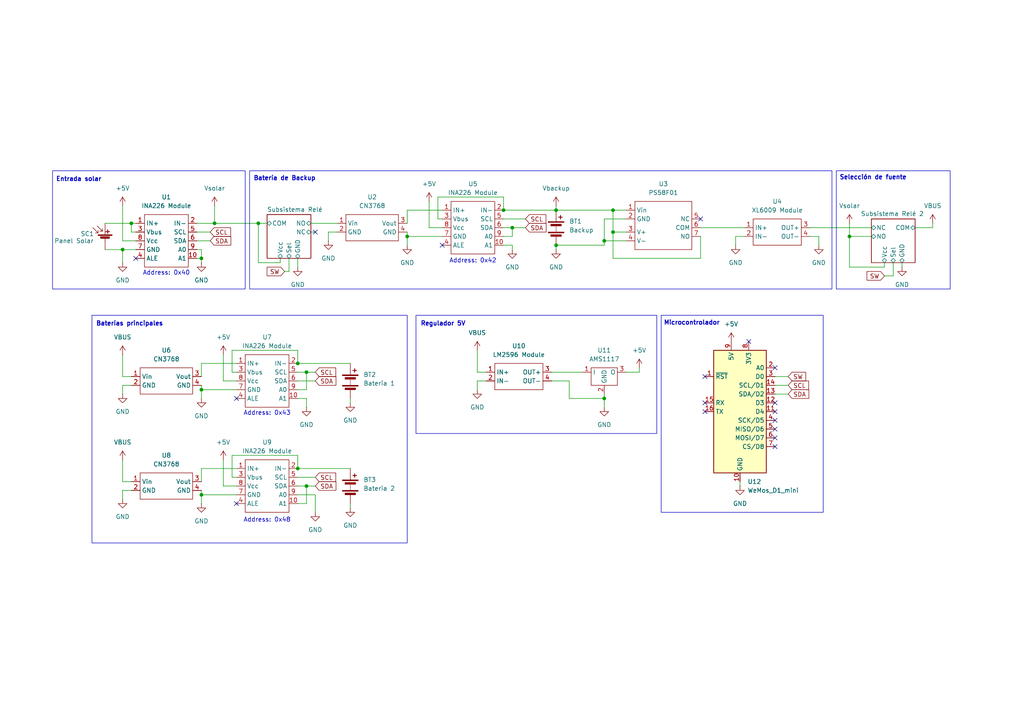
<source format=kicad_sch>
(kicad_sch (version 20231120) (generator "eeschema") (generator_version "8.0")
  (paper "A4")
  (title_block (title "POWER") (date "2024-11-11") (rev "Rev 1.0") (company "Grupo Alfa - David A. Estela M. Hugo S. Fernando S.") (comment 1 "Diagrama principal del proyecto"))
  (lib_symbols
    (symbol "Device:Battery" (pin_numbers hide) (pin_names (offset 0) hide)
      (property "Reference" "BT" (at 2.54 2.54 0))
      (property "Value" "Battery" (at 2.54 0 0))
      (symbol "Battery_0_1"
        (rectangle (start -2.286 -1.27) (end 2.286 -1.524) (fill (type outline)))
        (rectangle (start -2.286 1.778) (end 2.286 1.524) (fill (type outline)))
        (rectangle (start -1.524 -2.032) (end 1.524 -2.54) (fill (type outline)))
        (rectangle (start -1.524 1.016) (end 1.524 0.508) (fill (type outline)))
        (polyline (pts (xy 0 -1.016) (xy 0 -0.762)))
        (polyline (pts (xy 0 -0.508) (xy 0 -0.254)))
        (polyline (pts (xy 0 0) (xy 0 0.254)))
        (polyline (pts (xy 0 1.778) (xy 0 2.54)))
        (polyline (pts (xy 0.762 3.048) (xy 1.778 3.048)) (stroke (width 0.254)))
        (polyline (pts (xy 1.27 3.556) (xy 1.27 2.54)) (stroke (width 0.254)))
      )
      (symbol "Battery_1_1"
        (pin passive line (at 0 5.08 270) (length 2.54) (name "+") (number "1"))
        (pin passive line (at 0 -5.08 90) (length 2.54) (name "-") (number "2"))
      )
    )
    (symbol "Device:Solar_Cell" (pin_numbers hide) (pin_names (offset 0) hide)
      (property "Reference" "SC" (at 2.54 2.54 0))
      (property "Value" "Solar_Cell" (at 2.54 0 0))
      (symbol "Solar_Cell_0_1"
        (rectangle (start -2.032 1.778) (end 2.032 1.524) (fill (type outline)))
        (rectangle (start -1.3208 1.1938) (end 1.27 0.6858) (fill (type outline)))
        (polyline (pts (xy -2.032 2.286) (xy -3.556 3.81)))
        (polyline (pts (xy -0.762 2.794) (xy -2.286 4.318)))
        (polyline (pts (xy 0 0.762) (xy 0 0)))
        (polyline (pts (xy 0 1.778) (xy 0 2.54)))
        (polyline (pts (xy 0.254 2.667) (xy 1.27 2.667)) (stroke (width 0.254)))
        (polyline (pts (xy 0.762 3.175) (xy 0.762 2.159)) (stroke (width 0.254)))
        (polyline (pts (xy -2.032 3.048) (xy -2.032 2.286) (xy -2.794 2.286)))
        (polyline (pts (xy -0.762 3.556) (xy -0.762 2.794) (xy -1.524 2.794)))
      )
      (symbol "Solar_Cell_1_1"
        (pin passive line (at 0 5.08 270) (length 2.54) (name "+") (number "1"))
        (pin passive line (at 0 -2.54 90) (length 2.54) (name "-") (number "2"))
      )
    )
    (symbol "MCU_Module:WeMos_D1_mini"
      (property "Reference" "U" (at 3.81 19.05 0))
      (property "Value" "WeMos_D1_mini" (at 1.27 -19.05 0))
      (symbol "WeMos_D1_mini_1_1"
        (rectangle (start -7.62 17.78) (end 7.62 -17.78) (stroke (width 0.254)) (fill (type background)))
        (pin input line (at -10.16 10.16 0) (length 2.54) (name "~{RST}") (number "1"))
        (pin power_in line (at 0 -20.32 90) (length 2.54) (name "GND") (number "10"))
        (pin bidirectional line (at 10.16 0 180) (length 2.54) (name "D4") (number "11"))
        (pin bidirectional line (at 10.16 2.54 180) (length 2.54) (name "D3") (number "12"))
        (pin bidirectional line (at 10.16 5.08 180) (length 2.54) (name "SDA/D2") (number "13"))
        (pin bidirectional line (at 10.16 7.62 180) (length 2.54) (name "SCL/D1") (number "14"))
        (pin input line (at -10.16 2.54 0) (length 2.54) (name "RX") (number "15"))
        (pin output line (at -10.16 0 0) (length 2.54) (name "TX") (number "16"))
        (pin input line (at 10.16 12.7 180) (length 2.54) (name "A0") (number "2"))
        (pin bidirectional line (at 10.16 10.16 180) (length 2.54) (name "D0") (number "3"))
        (pin bidirectional line (at 10.16 -2.54 180) (length 2.54) (name "SCK/D5") (number "4"))
        (pin bidirectional line (at 10.16 -5.08 180) (length 2.54) (name "MISO/D6") (number "5"))
        (pin bidirectional line (at 10.16 -7.62 180) (length 2.54) (name "MOSI/D7") (number "6"))
        (pin bidirectional line (at 10.16 -10.16 180) (length 2.54) (name "CS/D8") (number "7"))
        (pin power_out line (at 2.54 20.32 270) (length 2.54) (name "3V3") (number "8"))
        (pin power_in line (at -2.54 20.32 270) (length 2.54) (name "5V") (number "9"))
      )
    )
    (symbol "Symbols:AMS1117"
      (property "Reference" "U" (at 0.762 2.794 0))
      (property "Value" "AMS1117" (at 4.572 1.016 0))
      (symbol "AMS1117_0_1"
        (rectangle (start 0 0) (end 7.62 -5.08))
      )
      (symbol "AMS1117_1_1"
        (pin power_in line (at -2.54 -1.27 0) (length 2.54) (name "I") (number "1"))
        (pin power_in line (at 3.81 -7.62 90) (length 2.54) (name "GND") (number "2"))
        (pin power_out line (at 10.16 -1.27 180) (length 2.54) (name "O") (number "3"))
      )
    )
    (symbol "Symbols:CN3768"
      (property "Reference" "U" (at 0.762 2.794 0))
      (property "Value" "CN3768" (at 3.81 1.016 0))
      (symbol "CN3768_0_1"
        (rectangle (start 0 0) (end 15.24 -7.62))
      )
      (symbol "CN3768_1_1"
        (pin power_in line (at -2.54 -2.54 0) (length 2.54) (name "Vin") (number "1"))
        (pin power_in line (at -2.54 -5.08 0) (length 2.54) (name "GND") (number "2"))
        (pin power_out line (at 17.78 -2.54 180) (length 2.54) (name "Vout") (number "3"))
        (pin power_out line (at 17.78 -5.08 180) (length 2.54) (name "GND") (number "4"))
      )
    )
    (symbol "Symbols:INA226_Module"
      (property "Reference" "U" (at 0.254 3.302 0))
      (property "Value" "INA226 Module" (at 6.858 1.27 0))
      (symbol "INA226_Module_0_1"
        (rectangle (start 0 0) (end 12.7 -15.24))
      )
      (symbol "INA226_Module_1_1"
        (pin input line (at -2.54 -2.54 0) (length 2.54) (name "IN+") (number "1"))
        (pin output line (at 15.24 -12.7 180) (length 2.54) (name "A1") (number "10"))
        (pin output line (at 15.24 -2.54 180) (length 2.54) (name "IN-") (number "2"))
        (pin input line (at -2.54 -5.08 0) (length 2.54) (name "Vbus") (number "3"))
        (pin output line (at -2.54 -12.7 0) (length 2.54) (name "ALE") (number "4"))
        (pin output line (at 15.24 -5.08 180) (length 2.54) (name "SCL") (number "5"))
        (pin output line (at 15.24 -7.62 180) (length 2.54) (name "SDA") (number "6"))
        (pin power_in line (at -2.54 -10.16 0) (length 2.54) (name "GND") (number "7"))
        (pin power_in line (at -2.54 -7.62 0) (length 2.54) (name "Vcc") (number "8"))
        (pin output line (at 15.24 -10.16 180) (length 2.54) (name "A0") (number "9"))
      )
    )
    (symbol "Symbols:LM2596"
      (property "Reference" "U" (at 0.508 3.302 0))
      (property "Value" "LM2596 Module" (at 7.366 1.27 0))
      (symbol "LM2596_0_1"
        (rectangle (start 0 0) (end 13.97 -7.62))
      )
      (symbol "LM2596_1_1"
        (pin power_in line (at -2.54 -2.54 0) (length 2.54) (name "IN+") (number "1"))
        (pin power_in line (at -2.54 -5.08 0) (length 2.54) (name "IN-") (number "2"))
        (pin power_out line (at 16.51 -2.54 180) (length 2.54) (name "OUT+") (number "3"))
        (pin power_out line (at 16.51 -5.08 180) (length 2.54) (name "OUT-") (number "4"))
      )
    )
    (symbol "Symbols:PS58F01"
      (property "Reference" "U" (at 0.762 2.794 0))
      (property "Value" "PS58F01" (at 4.318 1.016 0))
      (symbol "PS58F01_0_1"
        (rectangle (start 0 0) (end 16.51 -13.97))
      )
      (symbol "PS58F01_1_1"
        (pin power_in line (at -2.54 -2.54 0) (length 2.54) (name "Vin") (number "1"))
        (pin power_in line (at -2.54 -5.08 0) (length 2.54) (name "GND") (number "2"))
        (pin power_in line (at -2.54 -8.89 0) (length 2.54) (name "V+") (number "3"))
        (pin power_in line (at -2.54 -11.43 0) (length 2.54) (name "V-") (number "4"))
        (pin bidirectional line (at 19.05 -5.08 180) (length 2.54) (name "NC") (number "5"))
        (pin bidirectional line (at 19.05 -7.62 180) (length 2.54) (name "COM") (number "6"))
        (pin bidirectional line (at 19.05 -10.16 180) (length 2.54) (name "NO") (number "7"))
      )
    )
    (symbol "Symbols:XL6009"
      (property "Reference" "U" (at 0.508 3.302 0))
      (property "Value" "XL6009 Module" (at 7.366 1.27 0))
      (symbol "XL6009_0_1"
        (rectangle (start 0 0) (end 13.97 -7.62))
      )
      (symbol "XL6009_1_1"
        (pin power_in line (at -2.54 -2.54 0) (length 2.54) (name "IN+") (number "1"))
        (pin power_in line (at -2.54 -5.08 0) (length 2.54) (name "IN-") (number "2"))
        (pin power_out line (at 16.51 -2.54 180) (length 2.54) (name "OUT+") (number "3"))
        (pin power_out line (at 16.51 -5.08 180) (length 2.54) (name "OUT-") (number "4"))
      )
    )
    (symbol "power:+5V" (power) (pin_numbers hide) (pin_names (offset 0) hide)
      (property "Value" "+5V" (at 0 3.556 0))
      (symbol "+5V_0_1"
        (polyline (pts (xy -0.762 1.27) (xy 0 2.54)))
        (polyline (pts (xy 0 0) (xy 0 2.54)))
        (polyline (pts (xy 0 2.54) (xy 0.762 1.27)))
      )
      (symbol "+5V_1_1"
        (pin power_in line (at 0 0 90) (length 0) (name "~") (number "1"))
      )
    )
    (symbol "power:GND" (power) (pin_numbers hide) (pin_names (offset 0) hide)
      (property "Value" "GND" (at 0 -3.81 0))
      (symbol "GND_0_1"
        (polyline (pts (xy 0 0) (xy 0 -1.27) (xy 1.27 -1.27) (xy 0 -2.54) (xy -1.27 -1.27) (xy 0 -1.27)))
      )
      (symbol "GND_1_1"
        (pin power_in line (at 0 0 270) (length 0) (name "~") (number "1"))
      )
    )
    (symbol "power:VBUS" (power) (pin_numbers hide) (pin_names (offset 0) hide)
      (property "Value" "VBUS" (at 0 3.556 0))
      (symbol "VBUS_0_1"
        (polyline (pts (xy -0.762 1.27) (xy 0 2.54)))
        (polyline (pts (xy 0 0) (xy 0 2.54)))
        (polyline (pts (xy 0 2.54) (xy 0.762 1.27)))
      )
      (symbol "VBUS_1_1"
        (pin power_in line (at 0 0 90) (length 0) (name "~") (number "1"))
      )
    )
    (symbol "power:VCC" (power) (pin_numbers hide) (pin_names (offset 0) hide)
      (property "Value" "VCC" (at 0 3.556 0))
      (symbol "VCC_0_1"
        (polyline (pts (xy -0.762 1.27) (xy 0 2.54)))
        (polyline (pts (xy 0 0) (xy 0 2.54)))
        (polyline (pts (xy 0 2.54) (xy 0.762 1.27)))
      )
      (symbol "VCC_1_1"
        (pin power_in line (at 0 0 90) (length 0) (name "~") (number "1"))
      )
    )
  )
  (junction (at 175.26 115.57))
  (junction (at 86.36 105.41))
  (junction (at 146.05 60.96))
  (junction (at 58.42 113.03))
  (junction (at 118.11 68.58))
  (junction (at 88.9 107.95))
  (junction (at 86.36 135.89))
  (junction (at 58.42 143.51))
  (junction (at 175.26 69.85))
  (junction (at 35.56 72.39))
  (junction (at 177.8 60.96))
  (junction (at 38.1 64.77))
  (junction (at 148.59 66.04))
  (junction (at 177.8 67.31))
  (junction (at 58.42 74.93))
  (junction (at 74.93 64.77))
  (junction (at 62.23 64.77))
  (junction (at 161.29 60.96))
  (junction (at 161.29 71.12))
  (junction (at 88.9 140.97))
  (junction (at 246.38 68.58))
  (no_connect (at 224.79 127))
  (no_connect (at 217.17 99.06))
  (no_connect (at 224.79 124.46))
  (no_connect (at 128.27 71.12))
  (no_connect (at 224.79 119.38))
  (no_connect (at 203.2 63.5))
  (no_connect (at 91.44 67.31))
  (no_connect (at 204.47 116.84))
  (no_connect (at 204.47 119.38))
  (no_connect (at 224.79 116.84))
  (no_connect (at 224.79 106.68))
  (no_connect (at 204.47 109.22))
  (no_connect (at 224.79 121.92))
  (no_connect (at 68.58 146.05))
  (no_connect (at 68.58 115.57))
  (no_connect (at 39.37 74.93))
  (no_connect (at 224.79 129.54))
  (wire (pts (xy 224.79 109.22) (xy 228.6 109.22)))
  (wire (pts (xy 88.9 107.95) (xy 91.44 107.95)))
  (wire (pts (xy 161.29 71.12) (xy 161.29 72.39)))
  (wire (pts (xy 58.42 74.93) (xy 58.42 76.2)))
  (wire (pts (xy 148.59 71.12) (xy 148.59 72.39)))
  (wire (pts (xy 215.9 68.58) (xy 213.36 68.58)))
  (wire (pts (xy 74.93 76.2) (xy 81.28 76.2)))
  (wire (pts (xy 58.42 143.51) (xy 58.42 146.05)))
  (wire (pts (xy 86.36 107.95) (xy 88.9 107.95)))
  (wire (pts (xy 213.36 68.58) (xy 213.36 71.12)))
  (wire (pts (xy 35.56 114.3) (xy 35.56 111.76)))
  (wire (pts (xy 86.36 138.43) (xy 91.44 138.43)))
  (wire (pts (xy 160.02 107.95) (xy 168.91 107.95)))
  (wire (pts (xy 265.43 66.04) (xy 270.51 66.04)))
  (wire (pts (xy 38.1 64.77) (xy 39.37 64.77)))
  (wire (pts (xy 203.2 68.58) (xy 203.2 74.93)))
  (wire (pts (xy 148.59 66.04) (xy 152.4 66.04)))
  (wire (pts (xy 62.23 64.77) (xy 74.93 64.77)))
  (wire (pts (xy 86.36 143.51) (xy 91.44 143.51)))
  (wire (pts (xy 203.2 74.93) (xy 177.8 74.93)))
  (wire (pts (xy 58.42 142.24) (xy 58.42 143.51)))
  (wire (pts (xy 68.58 140.97) (xy 64.77 140.97)))
  (wire (pts (xy 146.05 71.12) (xy 148.59 71.12)))
  (wire (pts (xy 67.31 107.95) (xy 67.31 101.6)))
  (wire (pts (xy 118.11 60.96) (xy 128.27 60.96)))
  (wire (pts (xy 146.05 60.96) (xy 161.29 60.96)))
  (wire (pts (xy 68.58 138.43) (xy 67.31 138.43)))
  (wire (pts (xy 161.29 71.12) (xy 175.26 71.12)))
  (wire (pts (xy 58.42 72.39) (xy 58.42 74.93)))
  (wire (pts (xy 68.58 143.51) (xy 58.42 143.51)))
  (wire (pts (xy 30.48 72.39) (xy 35.56 72.39)))
  (wire (pts (xy 259.08 80.01) (xy 259.08 76.2)))
  (wire (pts (xy 148.59 68.58) (xy 148.59 66.04)))
  (wire (pts (xy 146.05 68.58) (xy 148.59 68.58)))
  (wire (pts (xy 177.8 74.93) (xy 177.8 67.31)))
  (wire (pts (xy 175.26 71.12) (xy 175.26 69.85)))
  (wire (pts (xy 35.56 102.87) (xy 35.56 109.22)))
  (wire (pts (xy 246.38 68.58) (xy 252.73 68.58)))
  (wire (pts (xy 88.9 113.03) (xy 88.9 107.95)))
  (wire (pts (xy 86.36 132.08) (xy 86.36 135.89)))
  (wire (pts (xy 35.56 72.39) (xy 39.37 72.39)))
  (wire (pts (xy 86.36 105.41) (xy 101.6 105.41)))
  (wire (pts (xy 95.25 69.85) (xy 95.25 67.31)))
  (wire (pts (xy 30.48 64.77) (xy 38.1 64.77)))
  (wire (pts (xy 224.79 111.76) (xy 228.6 111.76)))
  (wire (pts (xy 57.15 74.93) (xy 58.42 74.93)))
  (wire (pts (xy 86.36 146.05) (xy 88.9 146.05)))
  (wire (pts (xy 58.42 109.22) (xy 58.42 105.41)))
  (wire (pts (xy 35.56 142.24) (xy 38.1 142.24)))
  (wire (pts (xy 175.26 115.57) (xy 175.26 114.3)))
  (wire (pts (xy 261.62 76.2) (xy 261.62 77.47)))
  (wire (pts (xy 128.27 63.5) (xy 127 63.5)))
  (wire (pts (xy 86.36 74.93) (xy 86.36 77.47)))
  (wire (pts (xy 74.93 76.2) (xy 74.93 64.77)))
  (wire (pts (xy 165.1 115.57) (xy 175.26 115.57)))
  (wire (pts (xy 35.56 72.39) (xy 35.56 76.2)))
  (wire (pts (xy 58.42 139.7) (xy 58.42 135.89)))
  (wire (pts (xy 35.56 109.22) (xy 38.1 109.22)))
  (wire (pts (xy 224.79 114.3) (xy 228.6 114.3)))
  (wire (pts (xy 181.61 63.5) (xy 175.26 63.5)))
  (wire (pts (xy 57.15 72.39) (xy 58.42 72.39)))
  (wire (pts (xy 146.05 57.15) (xy 146.05 60.96)))
  (wire (pts (xy 90.17 67.31) (xy 91.44 67.31)))
  (wire (pts (xy 138.43 113.03) (xy 138.43 110.49)))
  (wire (pts (xy 67.31 101.6) (xy 86.36 101.6)))
  (wire (pts (xy 67.31 138.43) (xy 67.31 132.08)))
  (wire (pts (xy 86.36 101.6) (xy 86.36 105.41)))
  (wire (pts (xy 161.29 60.96) (xy 177.8 60.96)))
  (wire (pts (xy 165.1 110.49) (xy 165.1 115.57)))
  (wire (pts (xy 58.42 113.03) (xy 58.42 115.57)))
  (wire (pts (xy 101.6 115.57) (xy 101.6 116.84)))
  (wire (pts (xy 256.54 80.01) (xy 259.08 80.01)))
  (wire (pts (xy 138.43 107.95) (xy 140.97 107.95)))
  (wire (pts (xy 67.31 132.08) (xy 86.36 132.08)))
  (wire (pts (xy 127 63.5) (xy 127 57.15)))
  (wire (pts (xy 35.56 139.7) (xy 38.1 139.7)))
  (wire (pts (xy 68.58 113.03) (xy 58.42 113.03)))
  (wire (pts (xy 124.46 66.04) (xy 124.46 58.42)))
  (wire (pts (xy 118.11 64.77) (xy 118.11 60.96)))
  (wire (pts (xy 38.1 67.31) (xy 38.1 64.77)))
  (wire (pts (xy 68.58 107.95) (xy 67.31 107.95)))
  (wire (pts (xy 35.56 144.78) (xy 35.56 142.24)))
  (wire (pts (xy 62.23 59.69) (xy 62.23 64.77)))
  (wire (pts (xy 214.63 139.7) (xy 214.63 140.97)))
  (wire (pts (xy 175.26 69.85) (xy 181.61 69.85)))
  (wire (pts (xy 86.36 140.97) (xy 88.9 140.97)))
  (wire (pts (xy 256.54 76.2) (xy 256.54 77.47)))
  (wire (pts (xy 58.42 111.76) (xy 58.42 113.03)))
  (wire (pts (xy 175.26 63.5) (xy 175.26 69.85)))
  (wire (pts (xy 86.36 113.03) (xy 88.9 113.03)))
  (wire (pts (xy 128.27 66.04) (xy 124.46 66.04)))
  (wire (pts (xy 57.15 67.31) (xy 60.96 67.31)))
  (wire (pts (xy 83.82 78.74) (xy 83.82 74.93)))
  (wire (pts (xy 177.8 60.96) (xy 181.61 60.96)))
  (wire (pts (xy 35.56 111.76) (xy 38.1 111.76)))
  (wire (pts (xy 81.28 74.93) (xy 81.28 76.2)))
  (wire (pts (xy 234.95 68.58) (xy 237.49 68.58)))
  (wire (pts (xy 39.37 69.85) (xy 35.56 69.85)))
  (wire (pts (xy 237.49 68.58) (xy 237.49 71.12)))
  (wire (pts (xy 175.26 118.11) (xy 175.26 115.57)))
  (wire (pts (xy 58.42 135.89) (xy 68.58 135.89)))
  (wire (pts (xy 88.9 115.57) (xy 88.9 118.11)))
  (wire (pts (xy 160.02 110.49) (xy 165.1 110.49)))
  (wire (pts (xy 35.56 133.35) (xy 35.56 139.7)))
  (wire (pts (xy 35.56 59.69) (xy 35.56 69.85)))
  (wire (pts (xy 127 57.15) (xy 146.05 57.15)))
  (wire (pts (xy 88.9 140.97) (xy 91.44 140.97)))
  (wire (pts (xy 74.93 64.77) (xy 77.47 64.77)))
  (wire (pts (xy 270.51 66.04) (xy 270.51 64.77)))
  (wire (pts (xy 234.95 66.04) (xy 252.73 66.04)))
  (wire (pts (xy 88.9 146.05) (xy 88.9 140.97)))
  (wire (pts (xy 128.27 68.58) (xy 118.11 68.58)))
  (wire (pts (xy 118.11 67.31) (xy 118.11 68.58)))
  (wire (pts (xy 256.54 77.47) (xy 246.38 77.47)))
  (wire (pts (xy 90.17 64.77) (xy 97.79 64.77)))
  (wire (pts (xy 118.11 68.58) (xy 118.11 71.12)))
  (wire (pts (xy 185.42 107.95) (xy 181.61 107.95)))
  (wire (pts (xy 64.77 110.49) (xy 64.77 102.87)))
  (wire (pts (xy 57.15 64.77) (xy 62.23 64.77)))
  (wire (pts (xy 246.38 64.77) (xy 246.38 68.58)))
  (wire (pts (xy 203.2 66.04) (xy 215.9 66.04)))
  (wire (pts (xy 57.15 69.85) (xy 60.96 69.85)))
  (wire (pts (xy 161.29 59.69) (xy 161.29 60.96)))
  (wire (pts (xy 86.36 135.89) (xy 101.6 135.89)))
  (wire (pts (xy 86.36 115.57) (xy 88.9 115.57)))
  (wire (pts (xy 246.38 77.47) (xy 246.38 68.58)))
  (wire (pts (xy 185.42 106.68) (xy 185.42 107.95)))
  (wire (pts (xy 68.58 110.49) (xy 64.77 110.49)))
  (wire (pts (xy 86.36 110.49) (xy 91.44 110.49)))
  (wire (pts (xy 146.05 63.5) (xy 152.4 63.5)))
  (wire (pts (xy 95.25 67.31) (xy 97.79 67.31)))
  (wire (pts (xy 91.44 143.51) (xy 91.44 148.59)))
  (wire (pts (xy 101.6 146.05) (xy 101.6 147.32)))
  (wire (pts (xy 138.43 101.6) (xy 138.43 107.95)))
  (wire (pts (xy 64.77 140.97) (xy 64.77 133.35)))
  (wire (pts (xy 177.8 67.31) (xy 177.8 60.96)))
  (wire (pts (xy 181.61 67.31) (xy 177.8 67.31)))
  (wire (pts (xy 58.42 105.41) (xy 68.58 105.41)))
  (wire (pts (xy 82.55 78.74) (xy 83.82 78.74)))
  (wire (pts (xy 146.05 66.04) (xy 148.59 66.04)))
  (wire (pts (xy 39.37 67.31) (xy 38.1 67.31)))
  (wire (pts (xy 138.43 110.49) (xy 140.97 110.49)))
  (rectangle (start 242.57 49.53) (end 275.59 83.82))
  (rectangle (start 72.39 49.53) (end 241.3 83.82))
  (rectangle (start 120.65 91.44) (end 190.5 125.73))
  (rectangle (start 26.67 91.44) (end 118.11 157.48))
  (rectangle (start 15.24 49.53) (end 71.12 83.82))
  (rectangle (start 191.77 91.44) (end 238.76 148.59))
  (text "Regulador 5V" (at 128.524 93.98 0) (effects (font (size 1.27 1.27) (thickness 0.254) (bold yes))))
  (text "Selección de fuente" (at 253.238 51.562 0) (effects (font (size 1.27 1.27) (thickness 0.254) (bold yes))))
  (text "Address: 0x43" (at 77.47 119.888 0) (effects (font (size 1.27 1.27) (thickness 0.1588))))
  (text "Address: 0x42" (at 137.16 75.692 0) (effects (font (size 1.27 1.27) (thickness 0.1588))))
  (text "Baterías principales" (at 37.592 93.98 0) (effects (font (size 1.27 1.27) (thickness 0.254) (bold yes))))
  (text "Entrada solar" (at 22.86 52.07 0) (effects (font (size 1.27 1.27) (thickness 0.254) (bold yes))))
  (text "Address: 0x48" (at 77.47 150.876 0) (effects (font (size 1.27 1.27) (thickness 0.1588))))
  (text "Batería de Backup" (at 82.55 51.816 0) (effects (font (size 1.27 1.27) (thickness 0.254) (bold yes))))
  (text "Address: 0x40" (at 48.26 79.248 0) (effects (font (size 1.27 1.27) (thickness 0.1588))))
  (text "Microcontrolador" (at 200.66 93.726 0) (effects (font (size 1.27 1.27) (thickness 0.254) (bold yes))))
  (global_label "SW" (shape input) (at 82.55 78.74 180) (property "Intersheetrefs" "${INTERSHEET_REFS}" (effects (hide yes))))
  (global_label "SW" (shape input) (at 256.54 80.01 180) (property "Intersheetrefs" "${INTERSHEET_REFS}" (effects (hide yes))))
  (global_label "SCL" (shape input) (at 228.6 111.76 0) (property "Intersheetrefs" "${INTERSHEET_REFS}" (effects (hide yes))))
  (global_label "SDA" (shape input) (at 228.6 114.3 0) (property "Intersheetrefs" "${INTERSHEET_REFS}" (effects (hide yes))))
  (global_label "SCL" (shape input) (at 91.44 107.95 0) (property "Intersheetrefs" "${INTERSHEET_REFS}" (effects (hide yes))))
  (global_label "SCL" (shape input) (at 60.96 67.31 0) (property "Intersheetrefs" "${INTERSHEET_REFS}" (effects (hide yes))))
  (global_label "SCL" (shape input) (at 91.44 138.43 0) (property "Intersheetrefs" "${INTERSHEET_REFS}" (effects (hide yes))))
  (global_label "SDA" (shape input) (at 91.44 110.49 0) (property "Intersheetrefs" "${INTERSHEET_REFS}" (effects (hide yes))))
  (global_label "SDA" (shape input) (at 60.96 69.85 0) (property "Intersheetrefs" "${INTERSHEET_REFS}" (effects (hide yes))))
  (global_label "SW" (shape input) (at 228.6 109.22 0) (property "Intersheetrefs" "${INTERSHEET_REFS}" (effects (hide yes))))
  (global_label "SDA" (shape input) (at 91.44 140.97 0) (property "Intersheetrefs" "${INTERSHEET_REFS}" (effects (hide yes))))
  (global_label "SCL" (shape input) (at 152.4 63.5 0) (property "Intersheetrefs" "${INTERSHEET_REFS}" (effects (hide yes))))
  (global_label "SDA" (shape input) (at 152.4 66.04 0) (property "Intersheetrefs" "${INTERSHEET_REFS}" (effects (hide yes))))
  (symbol (lib_id "Device:Battery") (at 101.6 140.97 0) (unit 1)
    (property "Reference" "BT3" (at 105.41 139.1284 0) (effects (justify left)))
    (property "Value" "Bateria 2" (at 105.41 141.6684 0) (effects (justify left)))
    (property "Description" "Multiple-cell battery" (effects (hide yes)))
  )
  (symbol (lib_id "power:GND") (at 58.42 76.2 0) (unit 1)
    (property "Reference" "#PWR030" (effects (hide yes)))
    (property "Value" "GND" (at 58.42 81.28 0))
    (property "Description" "Power symbol creates a global label with name \"GND\" , ground" (effects (hide yes)))
  )
  (symbol (lib_id "power:GND") (at 101.6 147.32 0) (unit 1)
    (property "Reference" "#PWR023" (effects (hide yes)))
    (property "Value" "GND" (at 101.6 152.4 0))
    (property "Description" "Power symbol creates a global label with name \"GND\" , ground" (effects (hide yes)))
  )
  (symbol (lib_id "power:GND") (at 148.59 72.39 0) (unit 1)
    (property "Reference" "#PWR031" (effects (hide yes)))
    (property "Value" "GND" (at 148.59 77.47 0))
    (property "Description" "Power symbol creates a global label with name \"GND\" , ground" (effects (hide yes)))
  )
  (symbol (lib_id "power:GND") (at 138.43 113.03 0) (unit 1)
    (property "Reference" "#PWR025" (effects (hide yes)))
    (property "Value" "GND" (at 138.43 118.11 0))
    (property "Description" "Power symbol creates a global label with name \"GND\" , ground" (effects (hide yes)))
  )
  (symbol (lib_id "power:+5V") (at 185.42 106.68 0) (unit 1)
    (property "Reference" "#PWR029" (effects (hide yes)))
    (property "Value" "+5V" (at 185.42 101.6 0))
    (property "Description" "Power symbol creates a global label with name \"+5V\"" (effects (hide yes)))
  )
  (symbol (lib_id "Symbols:CN3768") (at 100.33 62.23 0) (unit 1)
    (property "Reference" "U2" (at 107.95 57.15 0))
    (property "Value" "CN3768" (at 107.95 59.69 0))
  )
  (symbol (lib_id "power:GND") (at 95.25 69.85 0) (unit 1)
    (property "Reference" "#PWR04" (effects (hide yes)))
    (property "Value" "GND" (at 95.25 74.93 0))
    (property "Description" "Power symbol creates a global label with name \"GND\" , ground" (effects (hide yes)))
  )
  (symbol (lib_id "power:GND") (at 88.9 118.11 0) (unit 1)
    (property "Reference" "#PWR032" (effects (hide yes)))
    (property "Value" "GND" (at 88.9 123.19 0))
    (property "Description" "Power symbol creates a global label with name \"GND\" , ground" (effects (hide yes)))
  )
  (symbol (lib_id "Symbols:INA226_Module") (at 71.12 102.87 0) (unit 1)
    (property "Reference" "U7" (at 77.47 97.79 0))
    (property "Value" "INA226 Module" (at 77.47 100.33 0))
  )
  (symbol (lib_id "power:VCC") (at 246.38 64.77 0) (unit 1)
    (property "Reference" "#PWR034" (effects (hide yes)))
    (property "Value" "Vsolar" (at 246.38 59.69 0))
    (property "Description" "Power symbol creates a global label with name \"VCC\"" (effects (hide yes)))
  )
  (symbol (lib_id "power:GND") (at 118.11 71.12 0) (unit 1)
    (property "Reference" "#PWR013" (effects (hide yes)))
    (property "Value" "GND" (at 118.11 76.2 0))
    (property "Description" "Power symbol creates a global label with name \"GND\" , ground" (effects (hide yes)))
  )
  (symbol (lib_id "Device:Battery") (at 101.6 110.49 0) (unit 1)
    (property "Reference" "BT2" (at 105.41 108.6484 0) (effects (justify left)))
    (property "Value" "Bateria 1" (at 105.41 111.1884 0) (effects (justify left)))
    (property "Description" "Multiple-cell battery" (effects (hide yes)))
  )
  (symbol (lib_id "power:GND") (at 101.6 116.84 0) (unit 1)
    (property "Reference" "#PWR019" (effects (hide yes)))
    (property "Value" "GND" (at 101.6 121.92 0))
    (property "Description" "Power symbol creates a global label with name \"GND\" , ground" (effects (hide yes)))
  )
  (symbol (lib_id "power:GND") (at 35.56 76.2 0) (unit 1)
    (property "Reference" "#PWR02" (effects (hide yes)))
    (property "Value" "GND" (at 35.56 81.28 0))
    (property "Description" "Power symbol creates a global label with name \"GND\" , ground" (effects (hide yes)))
  )
  (symbol (lib_id "power:+5V") (at 124.46 58.42 0) (unit 1)
    (property "Reference" "#PWR014" (effects (hide yes)))
    (property "Value" "+5V" (at 124.46 53.34 0))
    (property "Description" "Power symbol creates a global label with name \"+5V\"" (effects (hide yes)))
  )
  (symbol (lib_id "power:GND") (at 261.62 77.47 0) (unit 1)
    (property "Reference" "#PWR06" (effects (hide yes)))
    (property "Value" "GND" (at 261.62 82.55 0))
    (property "Description" "Power symbol creates a global label with name \"GND\" , ground" (effects (hide yes)))
  )
  (symbol (lib_id "power:GND") (at 35.56 144.78 0) (unit 1)
    (property "Reference" "#PWR020" (effects (hide yes)))
    (property "Value" "GND" (at 35.56 149.86 0))
    (property "Description" "Power symbol creates a global label with name \"GND\" , ground" (effects (hide yes)))
  )
  (symbol (lib_id "Symbols:INA226_Module") (at 41.91 62.23 0) (unit 1)
    (property "Reference" "U1" (at 48.26 57.15 0))
    (property "Value" "INA226 Module" (at 48.26 59.69 0))
  )
  (symbol (lib_id "Device:Solar_Cell") (at 30.48 69.85 0) (unit 1)
    (property "Reference" "SC1" (at 23.368 67.818 0) (effects (justify left)))
    (property "Value" "Panel Solar" (at 15.748 69.85 0) (effects (justify left)))
    (property "Description" "Single solar cell" (effects (hide yes)))
  )
  (symbol (lib_id "Symbols:INA226_Module") (at 71.12 133.35 0) (unit 1)
    (property "Reference" "U9" (at 77.47 128.27 0))
    (property "Value" "INA226 Module" (at 77.47 130.81 0))
  )
  (symbol (lib_id "Device:Battery") (at 161.29 66.04 0) (unit 1)
    (property "Reference" "BT1" (at 165.1 64.1984 0) (effects (justify left)))
    (property "Value" "Backup" (at 165.1 66.7384 0) (effects (justify left)))
    (property "Description" "Multiple-cell battery" (effects (hide yes)))
  )
  (symbol (lib_id "power:GND") (at 175.26 118.11 0) (unit 1)
    (property "Reference" "#PWR026" (effects (hide yes)))
    (property "Value" "GND" (at 175.26 123.19 0))
    (property "Description" "Power symbol creates a global label with name \"GND\" , ground" (effects (hide yes)))
  )
  (symbol (lib_id "Symbols:LM2596") (at 143.51 105.41 0) (unit 1)
    (property "Reference" "U10" (at 150.495 100.33 0))
    (property "Value" "LM2596 Module" (at 150.495 102.87 0))
    (property "Description" "Buck Converter" (effects (hide yes)))
  )
  (symbol (lib_id "power:VBUS") (at 35.56 133.35 0) (unit 1)
    (property "Reference" "#PWR018" (effects (hide yes)))
    (property "Value" "VBUS" (at 35.56 128.27 0))
    (property "Description" "Power symbol creates a global label with name \"VBUS\"" (effects (hide yes)))
  )
  (symbol (lib_id "power:+5V") (at 212.09 99.06 0) (unit 1)
    (property "Reference" "#PWR027" (effects (hide yes)))
    (property "Value" "+5V" (at 212.09 93.98 0))
    (property "Description" "Power symbol creates a global label with name \"+5V\"" (effects (hide yes)))
  )
  (symbol (lib_id "power:VBUS") (at 270.51 64.77 0) (unit 1)
    (property "Reference" "#PWR011" (effects (hide yes)))
    (property "Value" "VBUS" (at 270.51 59.69 0))
    (property "Description" "Power symbol creates a global label with name \"VBUS\"" (effects (hide yes)))
  )
  (symbol (lib_id "power:GND") (at 161.29 72.39 0) (unit 1)
    (property "Reference" "#PWR05" (effects (hide yes)))
    (property "Value" "GND" (at 161.29 77.47 0))
    (property "Description" "Power symbol creates a global label with name \"GND\" , ground" (effects (hide yes)))
  )
  (symbol (lib_id "power:GND") (at 213.36 71.12 0) (unit 1)
    (property "Reference" "#PWR09" (effects (hide yes)))
    (property "Value" "GND" (at 213.36 76.2 0))
    (property "Description" "Power symbol creates a global label with name \"GND\" , ground" (effects (hide yes)))
  )
  (symbol (lib_id "Symbols:INA226_Module") (at 130.81 58.42 0) (unit 1)
    (property "Reference" "U5" (at 137.16 53.34 0))
    (property "Value" "INA226 Module" (at 137.16 55.88 0))
  )
  (symbol (lib_id "power:VCC") (at 62.23 59.69 0) (unit 1)
    (property "Reference" "#PWR07" (effects (hide yes)))
    (property "Value" "Vsolar" (at 62.23 54.61 0))
    (property "Description" "Power symbol creates a global label with name \"VCC\"" (effects (hide yes)))
  )
  (symbol (lib_id "power:GND") (at 214.63 140.97 0) (unit 1)
    (property "Reference" "#PWR028" (effects (hide yes)))
    (property "Value" "GND" (at 214.63 146.05 0))
    (property "Description" "Power symbol creates a global label with name \"GND\" , ground" (effects (hide yes)))
  )
  (symbol (lib_id "power:VBUS") (at 138.43 101.6 0) (unit 1)
    (property "Reference" "#PWR024" (effects (hide yes)))
    (property "Value" "VBUS" (at 138.43 96.52 0))
    (property "Description" "Power symbol creates a global label with name \"VBUS\"" (effects (hide yes)))
  )
  (symbol (lib_id "Symbols:XL6009") (at 218.44 63.5 0) (unit 1)
    (property "Reference" "U4" (at 225.425 58.42 0))
    (property "Value" "XL6009 Module" (at 225.425 60.96 0))
    (property "Description" "Buck Converter" (effects (hide yes)))
  )
  (symbol (lib_id "power:GND") (at 58.42 146.05 0) (unit 1)
    (property "Reference" "#PWR021" (effects (hide yes)))
    (property "Value" "GND" (at 58.42 151.13 0))
    (property "Description" "Power symbol creates a global label with name \"GND\" , ground" (effects (hide yes)))
  )
  (symbol (lib_id "power:GND") (at 91.44 148.59 0) (unit 1)
    (property "Reference" "#PWR033" (effects (hide yes)))
    (property "Value" "GND" (at 91.44 153.67 0))
    (property "Description" "Power symbol creates a global label with name \"GND\" , ground" (effects (hide yes)))
  )
  (symbol (lib_id "power:GND") (at 35.56 114.3 0) (unit 1)
    (property "Reference" "#PWR015" (effects (hide yes)))
    (property "Value" "GND" (at 35.56 119.38 0))
    (property "Description" "Power symbol creates a global label with name \"GND\" , ground" (effects (hide yes)))
  )
  (symbol (lib_id "power:GND") (at 86.36 77.47 0) (unit 1)
    (property "Reference" "#PWR03" (effects (hide yes)))
    (property "Value" "GND" (at 86.36 82.55 0))
    (property "Description" "Power symbol creates a global label with name \"GND\" , ground" (effects (hide yes)))
  )
  (symbol (lib_id "Symbols:CN3768") (at 40.64 106.68 0) (unit 1)
    (property "Reference" "U6" (at 48.26 101.6 0))
    (property "Value" "CN3768" (at 48.26 104.14 0))
  )
  (symbol (lib_id "power:+5V") (at 64.77 133.35 0) (unit 1)
    (property "Reference" "#PWR022" (effects (hide yes)))
    (property "Value" "+5V" (at 64.77 128.27 0))
    (property "Description" "Power symbol creates a global label with name \"+5V\"" (effects (hide yes)))
  )
  (symbol (lib_id "power:+5V") (at 64.77 102.87 0) (unit 1)
    (property "Reference" "#PWR017" (effects (hide yes)))
    (property "Value" "+5V" (at 64.77 97.79 0))
    (property "Description" "Power symbol creates a global label with name \"+5V\"" (effects (hide yes)))
  )
  (symbol (lib_id "Symbols:CN3768") (at 40.64 137.16 0) (unit 1)
    (property "Reference" "U8" (at 48.26 132.08 0))
    (property "Value" "CN3768" (at 48.26 134.62 0))
  )
  (symbol (lib_id "power:VCC") (at 161.29 59.69 0) (unit 1)
    (property "Reference" "#PWR08" (effects (hide yes)))
    (property "Value" "Vbackup" (at 161.29 54.61 0))
    (property "Description" "Power symbol creates a global label with name \"VCC\"" (effects (hide yes)))
  )
  (symbol (lib_id "Symbols:AMS1117") (at 171.45 106.68 0) (unit 1)
    (property "Reference" "U11" (at 175.26 101.6 0))
    (property "Value" "AMS1117" (at 175.26 104.14 0))
  )
  (symbol (lib_id "MCU_Module:WeMos_D1_mini") (at 214.63 119.38 0) (unit 1)
    (property "Reference" "U12" (at 216.8241 139.7 0) (effects (justify left)))
    (property "Value" "WeMos_D1_mini" (at 216.8241 142.24 0) (effects (justify left)))
    (property "Footprint" "Module:WEMOS_D1_mini_light" (effects (hide yes)))
    (property "Datasheet" "https://wiki.wemos.cc/products:d1:d1_mini#documentation" (effects (hide yes)))
    (property "Description" "32-bit microcontroller module with WiFi" (effects (hide yes)))
  )
  (symbol (lib_id "power:VBUS") (at 35.56 102.87 0) (unit 1)
    (property "Reference" "#PWR012" (effects (hide yes)))
    (property "Value" "VBUS" (at 35.56 97.79 0))
    (property "Description" "Power symbol creates a global label with name \"VBUS\"" (effects (hide yes)))
  )
  (symbol (lib_id "power:GND") (at 237.49 71.12 0) (unit 1)
    (property "Reference" "#PWR010" (effects (hide yes)))
    (property "Value" "GND" (at 237.49 76.2 0))
    (property "Description" "Power symbol creates a global label with name \"GND\" , ground" (effects (hide yes)))
  )
  (symbol (lib_id "power:+5V") (at 35.56 59.69 0) (unit 1)
    (property "Reference" "#PWR01" (effects (hide yes)))
    (property "Value" "+5V" (at 35.56 54.61 0))
    (property "Description" "Power symbol creates a global label with name \"+5V\"" (effects (hide yes)))
  )
  (symbol (lib_id "Symbols:PS58F01") (at 184.15 58.42 0) (unit 1)
    (property "Reference" "U3" (at 192.405 53.34 0))
    (property "Value" "PS58F01" (at 192.405 55.88 0))
  )
  (symbol (lib_id "power:GND") (at 58.42 115.57 0) (unit 1)
    (property "Reference" "#PWR016" (effects (hide yes)))
    (property "Value" "GND" (at 58.42 120.65 0))
    (property "Description" "Power symbol creates a global label with name \"GND\" , ground" (effects (hide yes)))
  )
  (sheet (at 252.73 63.5) (size 12.7 12.7) (stroke (width 0.1524))
    (property "Sheetname" "Subsistema Relé 2" (at 249.682 62.738 0) (effects (justify left bottom)))
    (property "Sheetfile" "rele.kicad_sch" (effects (hide yes)))
    (pin "NC" bidirectional (at 252.73 66.04 180))
    (pin "Sel" bidirectional (at 259.08 76.2 270))
    (pin "GND" bidirectional (at 261.62 76.2 270))
    (pin "COM" bidirectional (at 265.43 66.04 0))
    (pin "Vcc" bidirectional (at 256.54 76.2 270))
    (pin "NO" bidirectional (at 252.73 68.58 180))
  )
  (sheet (at 77.47 62.23) (size 12.7 12.7) (stroke (width 0.1524))
    (property "Sheetname" "Subsistema Relé" (at 77.47 61.5184 0) (effects (justify left bottom)))
    (property "Sheetfile" "rele.kicad_sch" (effects (hide yes)))
    (pin "NC" bidirectional (at 90.17 67.31 0))
    (pin "Sel" bidirectional (at 83.82 74.93 270))
    (pin "GND" bidirectional (at 86.36 74.93 270))
    (pin "COM" bidirectional (at 77.47 64.77 180))
    (pin "Vcc" bidirectional (at 81.28 74.93 270))
    (pin "NO" bidirectional (at 90.17 64.77 0))
  )
)
</source>
